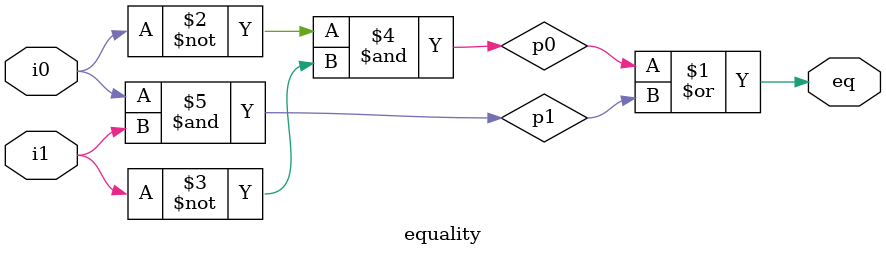
<source format=v>
module equality
// I/O  porst;
(
	input wire i0, i1,
	output  wire eq
);

wire p0, p1;

// body
// sum of two product terms

assign  eq = p0 | p1;

// product  terms
assign p0 = ~i0 & ~i1;
assign p1 = i0 & i1;

endmodule

</source>
